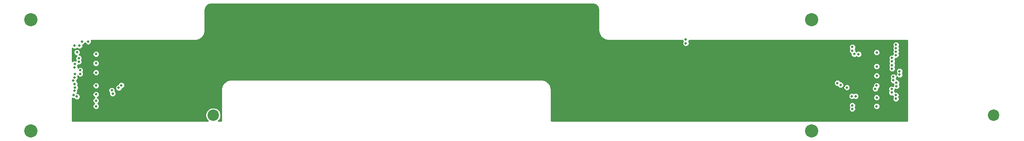
<source format=gbr>
G04 #@! TF.FileFunction,Copper,L5,Inr,Plane*
%FSLAX46Y46*%
G04 Gerber Fmt 4.6, Leading zero omitted, Abs format (unit mm)*
G04 Created by KiCad (PCBNEW 0.201603021449+6606~42~ubuntu14.04.1-product) date Wed 02 Mar 2016 02:15:13 PM PST*
%MOMM*%
G01*
G04 APERTURE LIST*
%ADD10C,0.100000*%
%ADD11C,2.540000*%
%ADD12C,2.200000*%
%ADD13C,0.508000*%
%ADD14C,0.254000*%
G04 APERTURE END LIST*
D10*
D11*
X164500000Y-196000000D03*
X164500000Y-174500000D03*
X14500000Y-174500000D03*
D12*
X49500000Y-192925000D03*
X199505000Y-192925000D03*
D11*
X14500000Y-196000000D03*
D13*
X140300000Y-178999090D03*
X180705564Y-179979902D03*
X172700000Y-181100000D03*
X173500000Y-181137491D03*
X177000000Y-185300000D03*
X177000000Y-183500000D03*
X177000000Y-180800000D03*
X176975000Y-187200000D03*
X177000000Y-189525000D03*
X176975000Y-191200000D03*
X24300000Y-178700000D03*
X23800000Y-179500000D03*
X27000000Y-184675000D03*
X26975000Y-182875000D03*
X27000000Y-181100000D03*
X27000000Y-187200000D03*
X27000000Y-191200000D03*
X27000000Y-190100000D03*
X27000000Y-188900000D03*
X25475000Y-178700000D03*
X22875000Y-179500000D03*
X23325000Y-180750000D03*
X169450000Y-186708410D03*
X22609375Y-186241728D03*
X170050000Y-187080380D03*
X22885259Y-186894448D03*
X171272325Y-187575690D03*
X22976604Y-187548502D03*
X176717516Y-187808138D03*
X22844781Y-188222828D03*
X172225000Y-189250690D03*
X22694573Y-189036204D03*
X172950000Y-189250690D03*
X23300000Y-189300000D03*
X174900000Y-192075000D03*
X176000000Y-192075000D03*
X174175000Y-191475000D03*
X173825000Y-189375000D03*
X173700000Y-190949310D03*
X24300000Y-192250000D03*
X26350000Y-192200000D03*
X25400000Y-192000000D03*
X23875000Y-190700000D03*
X23900000Y-191475000D03*
X140300000Y-178313290D03*
X180695893Y-179319571D03*
X180675000Y-180639597D03*
X172325000Y-179757100D03*
X180675000Y-181300000D03*
X172325000Y-180442900D03*
X179925000Y-181850000D03*
X23700000Y-181900000D03*
X179932677Y-182523006D03*
X23700000Y-182560403D03*
X179950000Y-183250000D03*
X22900000Y-183000000D03*
X179950000Y-183910403D03*
X22883120Y-183680682D03*
X181375000Y-184425000D03*
X23950000Y-184214390D03*
X181375000Y-185085403D03*
X23950000Y-184925000D03*
X180200000Y-185514597D03*
X22900000Y-184925000D03*
X180200000Y-186175000D03*
X22879965Y-185605438D03*
X31842466Y-187132534D03*
X180775000Y-186639597D03*
X31357534Y-187617466D03*
X180775000Y-187300000D03*
X30025000Y-188100000D03*
X179875000Y-187875000D03*
X30191699Y-188739016D03*
X179877390Y-188540029D03*
X180675000Y-189742900D03*
X172300000Y-191717900D03*
X172300000Y-191032100D03*
X180675000Y-189057100D03*
D14*
G36*
X122896103Y-171543723D02*
X123231902Y-171768098D01*
X123456277Y-172103897D01*
X123544000Y-172544913D01*
X123544000Y-176500000D01*
X123552762Y-176544050D01*
X123552762Y-176588961D01*
X123666943Y-177162987D01*
X123735031Y-177327366D01*
X123735033Y-177327368D01*
X124060190Y-177814000D01*
X124186000Y-177939810D01*
X124672632Y-178264967D01*
X124672634Y-178264969D01*
X124837014Y-178333057D01*
X125411039Y-178447238D01*
X125455950Y-178447238D01*
X125500000Y-178456000D01*
X139671896Y-178456000D01*
X139754715Y-178656436D01*
X139665111Y-178872227D01*
X139664890Y-179124845D01*
X139761360Y-179358318D01*
X139939832Y-179537103D01*
X140173137Y-179633979D01*
X140425755Y-179634200D01*
X140659228Y-179537730D01*
X140838013Y-179359258D01*
X140934889Y-179125953D01*
X140935110Y-178873335D01*
X140845285Y-178655944D01*
X140928309Y-178456000D01*
X182873000Y-178456000D01*
X182873000Y-194044000D01*
X114456000Y-194044000D01*
X114456000Y-191157855D01*
X171664890Y-191157855D01*
X171754715Y-191375246D01*
X171665111Y-191591037D01*
X171664890Y-191843655D01*
X171761360Y-192077128D01*
X171939832Y-192255913D01*
X172173137Y-192352789D01*
X172425755Y-192353010D01*
X172659228Y-192256540D01*
X172838013Y-192078068D01*
X172934889Y-191844763D01*
X172935110Y-191592145D01*
X172845285Y-191374754D01*
X172865631Y-191325755D01*
X176339890Y-191325755D01*
X176436360Y-191559228D01*
X176614832Y-191738013D01*
X176848137Y-191834889D01*
X177100755Y-191835110D01*
X177334228Y-191738640D01*
X177513013Y-191560168D01*
X177609889Y-191326863D01*
X177610110Y-191074245D01*
X177513640Y-190840772D01*
X177335168Y-190661987D01*
X177101863Y-190565111D01*
X176849245Y-190564890D01*
X176615772Y-190661360D01*
X176436987Y-190839832D01*
X176340111Y-191073137D01*
X176339890Y-191325755D01*
X172865631Y-191325755D01*
X172934889Y-191158963D01*
X172935110Y-190906345D01*
X172838640Y-190672872D01*
X172660168Y-190494087D01*
X172426863Y-190397211D01*
X172174245Y-190396990D01*
X171940772Y-190493460D01*
X171761987Y-190671932D01*
X171665111Y-190905237D01*
X171664890Y-191157855D01*
X114456000Y-191157855D01*
X114456000Y-189376445D01*
X171589890Y-189376445D01*
X171686360Y-189609918D01*
X171864832Y-189788703D01*
X172098137Y-189885579D01*
X172350755Y-189885800D01*
X172584228Y-189789330D01*
X172587348Y-189786215D01*
X172589832Y-189788703D01*
X172823137Y-189885579D01*
X173075755Y-189885800D01*
X173309228Y-189789330D01*
X173448046Y-189650755D01*
X176364890Y-189650755D01*
X176461360Y-189884228D01*
X176639832Y-190063013D01*
X176873137Y-190159889D01*
X177125755Y-190160110D01*
X177359228Y-190063640D01*
X177538013Y-189885168D01*
X177634889Y-189651863D01*
X177635110Y-189399245D01*
X177538640Y-189165772D01*
X177360168Y-188986987D01*
X177126863Y-188890111D01*
X176874245Y-188889890D01*
X176640772Y-188986360D01*
X176461987Y-189164832D01*
X176365111Y-189398137D01*
X176364890Y-189650755D01*
X173448046Y-189650755D01*
X173488013Y-189610858D01*
X173584889Y-189377553D01*
X173585110Y-189124935D01*
X173488640Y-188891462D01*
X173310168Y-188712677D01*
X173076863Y-188615801D01*
X172824245Y-188615580D01*
X172590772Y-188712050D01*
X172587652Y-188715165D01*
X172585168Y-188712677D01*
X172351863Y-188615801D01*
X172099245Y-188615580D01*
X171865772Y-188712050D01*
X171686987Y-188890522D01*
X171590111Y-189123827D01*
X171589890Y-189376445D01*
X114456000Y-189376445D01*
X114456000Y-188000000D01*
X114447238Y-187955950D01*
X114447238Y-187911039D01*
X114333057Y-187337014D01*
X114264969Y-187172634D01*
X114264967Y-187172632D01*
X114038811Y-186834165D01*
X168814890Y-186834165D01*
X168911360Y-187067638D01*
X169089832Y-187246423D01*
X169323137Y-187343299D01*
X169471619Y-187343429D01*
X169511360Y-187439608D01*
X169689832Y-187618393D01*
X169923137Y-187715269D01*
X170175755Y-187715490D01*
X170209746Y-187701445D01*
X170637215Y-187701445D01*
X170733685Y-187934918D01*
X170912157Y-188113703D01*
X171145462Y-188210579D01*
X171398080Y-188210800D01*
X171631553Y-188114330D01*
X171810338Y-187935858D01*
X171811153Y-187933893D01*
X176082406Y-187933893D01*
X176178876Y-188167366D01*
X176357348Y-188346151D01*
X176590653Y-188443027D01*
X176843271Y-188443248D01*
X177076744Y-188346778D01*
X177255529Y-188168306D01*
X177325101Y-188000755D01*
X179239890Y-188000755D01*
X179326605Y-188210619D01*
X179242501Y-188413166D01*
X179242280Y-188665784D01*
X179338750Y-188899257D01*
X179517222Y-189078042D01*
X179750527Y-189174918D01*
X180003145Y-189175139D01*
X180039910Y-189159948D01*
X180039890Y-189182855D01*
X180129715Y-189400246D01*
X180040111Y-189616037D01*
X180039890Y-189868655D01*
X180136360Y-190102128D01*
X180314832Y-190280913D01*
X180548137Y-190377789D01*
X180800755Y-190378010D01*
X181034228Y-190281540D01*
X181213013Y-190103068D01*
X181309889Y-189869763D01*
X181310110Y-189617145D01*
X181220285Y-189399754D01*
X181309889Y-189183963D01*
X181310110Y-188931345D01*
X181213640Y-188697872D01*
X181035168Y-188519087D01*
X180801863Y-188422211D01*
X180549245Y-188421990D01*
X180512480Y-188437181D01*
X180512500Y-188414274D01*
X180425785Y-188204410D01*
X180509889Y-188001863D01*
X180509998Y-187877529D01*
X180648137Y-187934889D01*
X180900755Y-187935110D01*
X181134228Y-187838640D01*
X181313013Y-187660168D01*
X181409889Y-187426863D01*
X181410110Y-187174245D01*
X181325545Y-186969584D01*
X181409889Y-186766460D01*
X181410110Y-186513842D01*
X181313640Y-186280369D01*
X181135168Y-186101584D01*
X180901863Y-186004708D01*
X180816677Y-186004633D01*
X180750545Y-185844584D01*
X180834889Y-185641460D01*
X180835064Y-185441494D01*
X180836360Y-185444631D01*
X181014832Y-185623416D01*
X181248137Y-185720292D01*
X181500755Y-185720513D01*
X181734228Y-185624043D01*
X181913013Y-185445571D01*
X182009889Y-185212266D01*
X182010110Y-184959648D01*
X181925545Y-184754987D01*
X182009889Y-184551863D01*
X182010110Y-184299245D01*
X181913640Y-184065772D01*
X181735168Y-183886987D01*
X181501863Y-183790111D01*
X181249245Y-183789890D01*
X181015772Y-183886360D01*
X180836987Y-184064832D01*
X180740111Y-184298137D01*
X180739890Y-184550755D01*
X180824455Y-184755416D01*
X180740111Y-184958540D01*
X180739936Y-185158506D01*
X180738640Y-185155369D01*
X180560168Y-184976584D01*
X180326863Y-184879708D01*
X180074245Y-184879487D01*
X179840772Y-184975957D01*
X179661987Y-185154429D01*
X179565111Y-185387734D01*
X179564890Y-185640352D01*
X179649455Y-185845013D01*
X179565111Y-186048137D01*
X179564890Y-186300755D01*
X179661360Y-186534228D01*
X179839832Y-186713013D01*
X180073137Y-186809889D01*
X180158323Y-186809964D01*
X180224455Y-186970013D01*
X180140111Y-187173137D01*
X180140002Y-187297471D01*
X180001863Y-187240111D01*
X179749245Y-187239890D01*
X179515772Y-187336360D01*
X179336987Y-187514832D01*
X179240111Y-187748137D01*
X179239890Y-188000755D01*
X177325101Y-188000755D01*
X177352405Y-187935001D01*
X177352593Y-187720307D01*
X177513013Y-187560168D01*
X177609889Y-187326863D01*
X177610110Y-187074245D01*
X177513640Y-186840772D01*
X177335168Y-186661987D01*
X177101863Y-186565111D01*
X176849245Y-186564890D01*
X176615772Y-186661360D01*
X176436987Y-186839832D01*
X176340111Y-187073137D01*
X176339923Y-187287831D01*
X176179503Y-187447970D01*
X176082627Y-187681275D01*
X176082406Y-187933893D01*
X171811153Y-187933893D01*
X171907214Y-187702553D01*
X171907435Y-187449935D01*
X171810965Y-187216462D01*
X171632493Y-187037677D01*
X171399188Y-186940801D01*
X171146570Y-186940580D01*
X170913097Y-187037050D01*
X170734312Y-187215522D01*
X170637436Y-187448827D01*
X170637215Y-187701445D01*
X170209746Y-187701445D01*
X170409228Y-187619020D01*
X170588013Y-187440548D01*
X170684889Y-187207243D01*
X170685110Y-186954625D01*
X170588640Y-186721152D01*
X170410168Y-186542367D01*
X170176863Y-186445491D01*
X170028381Y-186445361D01*
X169988640Y-186349182D01*
X169810168Y-186170397D01*
X169576863Y-186073521D01*
X169324245Y-186073300D01*
X169090772Y-186169770D01*
X168911987Y-186348242D01*
X168815111Y-186581547D01*
X168814890Y-186834165D01*
X114038811Y-186834165D01*
X113939810Y-186686000D01*
X113814000Y-186560190D01*
X113327368Y-186235033D01*
X113327366Y-186235031D01*
X113162987Y-186166943D01*
X112588961Y-186052762D01*
X112544050Y-186052762D01*
X112500000Y-186044000D01*
X53000000Y-186044000D01*
X52955950Y-186052762D01*
X52911039Y-186052762D01*
X52337014Y-186166943D01*
X52172634Y-186235031D01*
X52172632Y-186235033D01*
X51686000Y-186560190D01*
X51560190Y-186686000D01*
X51235033Y-187172632D01*
X51235031Y-187172634D01*
X51166943Y-187337013D01*
X51052762Y-187911039D01*
X51052762Y-187955950D01*
X51044000Y-188000000D01*
X51044000Y-194044000D01*
X50475326Y-194044000D01*
X50754799Y-193765015D01*
X50980743Y-193220882D01*
X50981257Y-192631703D01*
X50756263Y-192087177D01*
X50340015Y-191670201D01*
X49795882Y-191444257D01*
X49206703Y-191443743D01*
X48662177Y-191668737D01*
X48245201Y-192084985D01*
X48019257Y-192629118D01*
X48018743Y-193218297D01*
X48243737Y-193762823D01*
X48524423Y-194044000D01*
X22456000Y-194044000D01*
X22456000Y-189624707D01*
X22567710Y-189671093D01*
X22773384Y-189671273D01*
X22939832Y-189838013D01*
X23173137Y-189934889D01*
X23425755Y-189935110D01*
X23659228Y-189838640D01*
X23838013Y-189660168D01*
X23934889Y-189426863D01*
X23935110Y-189174245D01*
X23873755Y-189025755D01*
X26364890Y-189025755D01*
X26461360Y-189259228D01*
X26639832Y-189438013D01*
X26789194Y-189500033D01*
X26640772Y-189561360D01*
X26461987Y-189739832D01*
X26365111Y-189973137D01*
X26364890Y-190225755D01*
X26461360Y-190459228D01*
X26639832Y-190638013D01*
X26668483Y-190649910D01*
X26640772Y-190661360D01*
X26461987Y-190839832D01*
X26365111Y-191073137D01*
X26364890Y-191325755D01*
X26461360Y-191559228D01*
X26639832Y-191738013D01*
X26873137Y-191834889D01*
X27125755Y-191835110D01*
X27359228Y-191738640D01*
X27538013Y-191560168D01*
X27634889Y-191326863D01*
X27635110Y-191074245D01*
X27538640Y-190840772D01*
X27360168Y-190661987D01*
X27331517Y-190650090D01*
X27359228Y-190638640D01*
X27538013Y-190460168D01*
X27634889Y-190226863D01*
X27635110Y-189974245D01*
X27538640Y-189740772D01*
X27360168Y-189561987D01*
X27210806Y-189499967D01*
X27359228Y-189438640D01*
X27538013Y-189260168D01*
X27634889Y-189026863D01*
X27635110Y-188774245D01*
X27538640Y-188540772D01*
X27360168Y-188361987D01*
X27126863Y-188265111D01*
X26874245Y-188264890D01*
X26640772Y-188361360D01*
X26461987Y-188539832D01*
X26365111Y-188773137D01*
X26364890Y-189025755D01*
X23873755Y-189025755D01*
X23838640Y-188940772D01*
X23660168Y-188761987D01*
X23426863Y-188665111D01*
X23300646Y-188665001D01*
X23382794Y-188582996D01*
X23479670Y-188349691D01*
X23479778Y-188225755D01*
X29389890Y-188225755D01*
X29486360Y-188459228D01*
X29580960Y-188553994D01*
X29556810Y-188612153D01*
X29556589Y-188864771D01*
X29653059Y-189098244D01*
X29831531Y-189277029D01*
X30064836Y-189373905D01*
X30317454Y-189374126D01*
X30550927Y-189277656D01*
X30729712Y-189099184D01*
X30826588Y-188865879D01*
X30826809Y-188613261D01*
X30730339Y-188379788D01*
X30635739Y-188285022D01*
X30659889Y-188226863D01*
X30660110Y-187974245D01*
X30564652Y-187743221D01*
X30722424Y-187743221D01*
X30818894Y-187976694D01*
X30997366Y-188155479D01*
X31230671Y-188252355D01*
X31483289Y-188252576D01*
X31716762Y-188156106D01*
X31895547Y-187977634D01*
X31985749Y-187760401D01*
X32201694Y-187671174D01*
X32380479Y-187492702D01*
X32477355Y-187259397D01*
X32477576Y-187006779D01*
X32381106Y-186773306D01*
X32202634Y-186594521D01*
X31969329Y-186497645D01*
X31716711Y-186497424D01*
X31483238Y-186593894D01*
X31304453Y-186772366D01*
X31214251Y-186989599D01*
X30998306Y-187078826D01*
X30819521Y-187257298D01*
X30722645Y-187490603D01*
X30722424Y-187743221D01*
X30564652Y-187743221D01*
X30563640Y-187740772D01*
X30385168Y-187561987D01*
X30151863Y-187465111D01*
X29899245Y-187464890D01*
X29665772Y-187561360D01*
X29486987Y-187739832D01*
X29390111Y-187973137D01*
X29389890Y-188225755D01*
X23479778Y-188225755D01*
X23479891Y-188097073D01*
X23434918Y-187988230D01*
X23514617Y-187908670D01*
X23611493Y-187675365D01*
X23611714Y-187422747D01*
X23571638Y-187325755D01*
X26364890Y-187325755D01*
X26461360Y-187559228D01*
X26639832Y-187738013D01*
X26873137Y-187834889D01*
X27125755Y-187835110D01*
X27359228Y-187738640D01*
X27538013Y-187560168D01*
X27634889Y-187326863D01*
X27635110Y-187074245D01*
X27538640Y-186840772D01*
X27360168Y-186661987D01*
X27126863Y-186565111D01*
X26874245Y-186564890D01*
X26640772Y-186661360D01*
X26461987Y-186839832D01*
X26365111Y-187073137D01*
X26364890Y-187325755D01*
X23571638Y-187325755D01*
X23515244Y-187189274D01*
X23469452Y-187143402D01*
X23520148Y-187021311D01*
X23520369Y-186768693D01*
X23423899Y-186535220D01*
X23245427Y-186356435D01*
X23244275Y-186355957D01*
X23244465Y-186138815D01*
X23417978Y-185965606D01*
X23514854Y-185732301D01*
X23515075Y-185479683D01*
X23450525Y-185323462D01*
X23589832Y-185463013D01*
X23823137Y-185559889D01*
X24075755Y-185560110D01*
X24309228Y-185463640D01*
X24347179Y-185425755D01*
X176364890Y-185425755D01*
X176461360Y-185659228D01*
X176639832Y-185838013D01*
X176873137Y-185934889D01*
X177125755Y-185935110D01*
X177359228Y-185838640D01*
X177538013Y-185660168D01*
X177634889Y-185426863D01*
X177635110Y-185174245D01*
X177538640Y-184940772D01*
X177360168Y-184761987D01*
X177126863Y-184665111D01*
X176874245Y-184664890D01*
X176640772Y-184761360D01*
X176461987Y-184939832D01*
X176365111Y-185173137D01*
X176364890Y-185425755D01*
X24347179Y-185425755D01*
X24488013Y-185285168D01*
X24584889Y-185051863D01*
X24585108Y-184800755D01*
X26364890Y-184800755D01*
X26461360Y-185034228D01*
X26639832Y-185213013D01*
X26873137Y-185309889D01*
X27125755Y-185310110D01*
X27359228Y-185213640D01*
X27538013Y-185035168D01*
X27634889Y-184801863D01*
X27635110Y-184549245D01*
X27538640Y-184315772D01*
X27360168Y-184136987D01*
X27126863Y-184040111D01*
X26874245Y-184039890D01*
X26640772Y-184136360D01*
X26461987Y-184314832D01*
X26365111Y-184548137D01*
X26364890Y-184800755D01*
X24585108Y-184800755D01*
X24585110Y-184799245D01*
X24490147Y-184569419D01*
X24584889Y-184341253D01*
X24585110Y-184088635D01*
X24488640Y-183855162D01*
X24310168Y-183676377D01*
X24188256Y-183625755D01*
X176364890Y-183625755D01*
X176461360Y-183859228D01*
X176639832Y-184038013D01*
X176873137Y-184134889D01*
X177125755Y-184135110D01*
X177359228Y-184038640D01*
X177538013Y-183860168D01*
X177634889Y-183626863D01*
X177635110Y-183374245D01*
X177538640Y-183140772D01*
X177360168Y-182961987D01*
X177126863Y-182865111D01*
X176874245Y-182864890D01*
X176640772Y-182961360D01*
X176461987Y-183139832D01*
X176365111Y-183373137D01*
X176364890Y-183625755D01*
X24188256Y-183625755D01*
X24076863Y-183579501D01*
X23824245Y-183579280D01*
X23590772Y-183675750D01*
X23518061Y-183748334D01*
X23518230Y-183554927D01*
X23437831Y-183360349D01*
X23438013Y-183360168D01*
X23516278Y-183171682D01*
X23573137Y-183195292D01*
X23825755Y-183195513D01*
X24059228Y-183099043D01*
X24157688Y-183000755D01*
X26339890Y-183000755D01*
X26436360Y-183234228D01*
X26614832Y-183413013D01*
X26848137Y-183509889D01*
X27100755Y-183510110D01*
X27334228Y-183413640D01*
X27513013Y-183235168D01*
X27609889Y-183001863D01*
X27610110Y-182749245D01*
X27513640Y-182515772D01*
X27335168Y-182336987D01*
X27101863Y-182240111D01*
X26849245Y-182239890D01*
X26615772Y-182336360D01*
X26436987Y-182514832D01*
X26340111Y-182748137D01*
X26339890Y-183000755D01*
X24157688Y-183000755D01*
X24238013Y-182920571D01*
X24334889Y-182687266D01*
X24335110Y-182434648D01*
X24250545Y-182229987D01*
X24334889Y-182026863D01*
X24334933Y-181975755D01*
X179289890Y-181975755D01*
X179380894Y-182196000D01*
X179297788Y-182396143D01*
X179297567Y-182648761D01*
X179394037Y-182882234D01*
X179408942Y-182897165D01*
X179315111Y-183123137D01*
X179314890Y-183375755D01*
X179399455Y-183580416D01*
X179315111Y-183783540D01*
X179314890Y-184036158D01*
X179411360Y-184269631D01*
X179589832Y-184448416D01*
X179823137Y-184545292D01*
X180075755Y-184545513D01*
X180309228Y-184449043D01*
X180488013Y-184270571D01*
X180584889Y-184037266D01*
X180585110Y-183784648D01*
X180500545Y-183579987D01*
X180584889Y-183376863D01*
X180585110Y-183124245D01*
X180488640Y-182890772D01*
X180473735Y-182875841D01*
X180567566Y-182649869D01*
X180567787Y-182397251D01*
X180476783Y-182177006D01*
X180559889Y-181976863D01*
X180559926Y-181934899D01*
X180800755Y-181935110D01*
X181034228Y-181838640D01*
X181213013Y-181660168D01*
X181309889Y-181426863D01*
X181310110Y-181174245D01*
X181225545Y-180969584D01*
X181309889Y-180766460D01*
X181310110Y-180513842D01*
X181239847Y-180343794D01*
X181243577Y-180340070D01*
X181340453Y-180106765D01*
X181340674Y-179854147D01*
X181251300Y-179637848D01*
X181330782Y-179446434D01*
X181331003Y-179193816D01*
X181234533Y-178960343D01*
X181056061Y-178781558D01*
X180822756Y-178684682D01*
X180570138Y-178684461D01*
X180336665Y-178780931D01*
X180157880Y-178959403D01*
X180061004Y-179192708D01*
X180060783Y-179445326D01*
X180150157Y-179661625D01*
X180070675Y-179853039D01*
X180070454Y-180105657D01*
X180140717Y-180275705D01*
X180136987Y-180279429D01*
X180040111Y-180512734D01*
X180039890Y-180765352D01*
X180124455Y-180970013D01*
X180040111Y-181173137D01*
X180040074Y-181215101D01*
X179799245Y-181214890D01*
X179565772Y-181311360D01*
X179386987Y-181489832D01*
X179290111Y-181723137D01*
X179289890Y-181975755D01*
X24334933Y-181975755D01*
X24335110Y-181774245D01*
X24238640Y-181540772D01*
X24060168Y-181361987D01*
X23826863Y-181265111D01*
X23707903Y-181265007D01*
X23747223Y-181225755D01*
X26364890Y-181225755D01*
X26461360Y-181459228D01*
X26639832Y-181638013D01*
X26873137Y-181734889D01*
X27125755Y-181735110D01*
X27359228Y-181638640D01*
X27538013Y-181460168D01*
X27634889Y-181226863D01*
X27635110Y-180974245D01*
X27538640Y-180740772D01*
X27360168Y-180561987D01*
X27126863Y-180465111D01*
X26874245Y-180464890D01*
X26640772Y-180561360D01*
X26461987Y-180739832D01*
X26365111Y-180973137D01*
X26364890Y-181225755D01*
X23747223Y-181225755D01*
X23863013Y-181110168D01*
X23959889Y-180876863D01*
X23960110Y-180624245D01*
X23863640Y-180390772D01*
X23685168Y-180211987D01*
X23451863Y-180115111D01*
X23199245Y-180114890D01*
X22965772Y-180211360D01*
X22786987Y-180389832D01*
X22690111Y-180623137D01*
X22689890Y-180875755D01*
X22786360Y-181109228D01*
X22964832Y-181288013D01*
X23198137Y-181384889D01*
X23317097Y-181384993D01*
X23161987Y-181539832D01*
X23065111Y-181773137D01*
X23064890Y-182025755D01*
X23149455Y-182230416D01*
X23083722Y-182388721D01*
X23026863Y-182365111D01*
X22774245Y-182364890D01*
X22540772Y-182461360D01*
X22456000Y-182545984D01*
X22456000Y-179979078D01*
X22514832Y-180038013D01*
X22748137Y-180134889D01*
X23000755Y-180135110D01*
X23234228Y-180038640D01*
X23337524Y-179935525D01*
X23439832Y-180038013D01*
X23673137Y-180134889D01*
X23925755Y-180135110D01*
X24159228Y-180038640D01*
X24315286Y-179882855D01*
X171689890Y-179882855D01*
X171779715Y-180100246D01*
X171690111Y-180316037D01*
X171689890Y-180568655D01*
X171786360Y-180802128D01*
X171964832Y-180980913D01*
X172065068Y-181022534D01*
X172064890Y-181225755D01*
X172161360Y-181459228D01*
X172339832Y-181638013D01*
X172573137Y-181734889D01*
X172825755Y-181735110D01*
X173059228Y-181638640D01*
X173081169Y-181616738D01*
X173139832Y-181675504D01*
X173373137Y-181772380D01*
X173625755Y-181772601D01*
X173859228Y-181676131D01*
X174038013Y-181497659D01*
X174134889Y-181264354D01*
X174135110Y-181011736D01*
X174099584Y-180925755D01*
X176364890Y-180925755D01*
X176461360Y-181159228D01*
X176639832Y-181338013D01*
X176873137Y-181434889D01*
X177125755Y-181435110D01*
X177359228Y-181338640D01*
X177538013Y-181160168D01*
X177634889Y-180926863D01*
X177635110Y-180674245D01*
X177538640Y-180440772D01*
X177360168Y-180261987D01*
X177126863Y-180165111D01*
X176874245Y-180164890D01*
X176640772Y-180261360D01*
X176461987Y-180439832D01*
X176365111Y-180673137D01*
X176364890Y-180925755D01*
X174099584Y-180925755D01*
X174038640Y-180778263D01*
X173860168Y-180599478D01*
X173626863Y-180502602D01*
X173374245Y-180502381D01*
X173140772Y-180598851D01*
X173118831Y-180620753D01*
X173060168Y-180561987D01*
X172959932Y-180520366D01*
X172960110Y-180317145D01*
X172870285Y-180099754D01*
X172959889Y-179883963D01*
X172960110Y-179631345D01*
X172863640Y-179397872D01*
X172685168Y-179219087D01*
X172451863Y-179122211D01*
X172199245Y-179121990D01*
X171965772Y-179218460D01*
X171786987Y-179396932D01*
X171690111Y-179630237D01*
X171689890Y-179882855D01*
X24315286Y-179882855D01*
X24338013Y-179860168D01*
X24434889Y-179626863D01*
X24435110Y-179374245D01*
X24418937Y-179335104D01*
X24425755Y-179335110D01*
X24659228Y-179238640D01*
X24838013Y-179060168D01*
X24887502Y-178940984D01*
X24936360Y-179059228D01*
X25114832Y-179238013D01*
X25348137Y-179334889D01*
X25600755Y-179335110D01*
X25834228Y-179238640D01*
X26013013Y-179060168D01*
X26109889Y-178826863D01*
X26110110Y-178574245D01*
X26061252Y-178456000D01*
X46000000Y-178456000D01*
X46044050Y-178447238D01*
X46088961Y-178447238D01*
X46662987Y-178333057D01*
X46827366Y-178264969D01*
X46827368Y-178264967D01*
X47314000Y-177939810D01*
X47439810Y-177814000D01*
X47764967Y-177327368D01*
X47764969Y-177327366D01*
X47833057Y-177162986D01*
X47947238Y-176588961D01*
X47947238Y-176544050D01*
X47956000Y-176500000D01*
X47956000Y-172544912D01*
X48043723Y-172103897D01*
X48268098Y-171768098D01*
X48603897Y-171543723D01*
X49044913Y-171456000D01*
X122455088Y-171456000D01*
X122896103Y-171543723D01*
X122896103Y-171543723D01*
G37*
X122896103Y-171543723D02*
X123231902Y-171768098D01*
X123456277Y-172103897D01*
X123544000Y-172544913D01*
X123544000Y-176500000D01*
X123552762Y-176544050D01*
X123552762Y-176588961D01*
X123666943Y-177162987D01*
X123735031Y-177327366D01*
X123735033Y-177327368D01*
X124060190Y-177814000D01*
X124186000Y-177939810D01*
X124672632Y-178264967D01*
X124672634Y-178264969D01*
X124837014Y-178333057D01*
X125411039Y-178447238D01*
X125455950Y-178447238D01*
X125500000Y-178456000D01*
X139671896Y-178456000D01*
X139754715Y-178656436D01*
X139665111Y-178872227D01*
X139664890Y-179124845D01*
X139761360Y-179358318D01*
X139939832Y-179537103D01*
X140173137Y-179633979D01*
X140425755Y-179634200D01*
X140659228Y-179537730D01*
X140838013Y-179359258D01*
X140934889Y-179125953D01*
X140935110Y-178873335D01*
X140845285Y-178655944D01*
X140928309Y-178456000D01*
X182873000Y-178456000D01*
X182873000Y-194044000D01*
X114456000Y-194044000D01*
X114456000Y-191157855D01*
X171664890Y-191157855D01*
X171754715Y-191375246D01*
X171665111Y-191591037D01*
X171664890Y-191843655D01*
X171761360Y-192077128D01*
X171939832Y-192255913D01*
X172173137Y-192352789D01*
X172425755Y-192353010D01*
X172659228Y-192256540D01*
X172838013Y-192078068D01*
X172934889Y-191844763D01*
X172935110Y-191592145D01*
X172845285Y-191374754D01*
X172865631Y-191325755D01*
X176339890Y-191325755D01*
X176436360Y-191559228D01*
X176614832Y-191738013D01*
X176848137Y-191834889D01*
X177100755Y-191835110D01*
X177334228Y-191738640D01*
X177513013Y-191560168D01*
X177609889Y-191326863D01*
X177610110Y-191074245D01*
X177513640Y-190840772D01*
X177335168Y-190661987D01*
X177101863Y-190565111D01*
X176849245Y-190564890D01*
X176615772Y-190661360D01*
X176436987Y-190839832D01*
X176340111Y-191073137D01*
X176339890Y-191325755D01*
X172865631Y-191325755D01*
X172934889Y-191158963D01*
X172935110Y-190906345D01*
X172838640Y-190672872D01*
X172660168Y-190494087D01*
X172426863Y-190397211D01*
X172174245Y-190396990D01*
X171940772Y-190493460D01*
X171761987Y-190671932D01*
X171665111Y-190905237D01*
X171664890Y-191157855D01*
X114456000Y-191157855D01*
X114456000Y-189376445D01*
X171589890Y-189376445D01*
X171686360Y-189609918D01*
X171864832Y-189788703D01*
X172098137Y-189885579D01*
X172350755Y-189885800D01*
X172584228Y-189789330D01*
X172587348Y-189786215D01*
X172589832Y-189788703D01*
X172823137Y-189885579D01*
X173075755Y-189885800D01*
X173309228Y-189789330D01*
X173448046Y-189650755D01*
X176364890Y-189650755D01*
X176461360Y-189884228D01*
X176639832Y-190063013D01*
X176873137Y-190159889D01*
X177125755Y-190160110D01*
X177359228Y-190063640D01*
X177538013Y-189885168D01*
X177634889Y-189651863D01*
X177635110Y-189399245D01*
X177538640Y-189165772D01*
X177360168Y-188986987D01*
X177126863Y-188890111D01*
X176874245Y-188889890D01*
X176640772Y-188986360D01*
X176461987Y-189164832D01*
X176365111Y-189398137D01*
X176364890Y-189650755D01*
X173448046Y-189650755D01*
X173488013Y-189610858D01*
X173584889Y-189377553D01*
X173585110Y-189124935D01*
X173488640Y-188891462D01*
X173310168Y-188712677D01*
X173076863Y-188615801D01*
X172824245Y-188615580D01*
X172590772Y-188712050D01*
X172587652Y-188715165D01*
X172585168Y-188712677D01*
X172351863Y-188615801D01*
X172099245Y-188615580D01*
X171865772Y-188712050D01*
X171686987Y-188890522D01*
X171590111Y-189123827D01*
X171589890Y-189376445D01*
X114456000Y-189376445D01*
X114456000Y-188000000D01*
X114447238Y-187955950D01*
X114447238Y-187911039D01*
X114333057Y-187337014D01*
X114264969Y-187172634D01*
X114264967Y-187172632D01*
X114038811Y-186834165D01*
X168814890Y-186834165D01*
X168911360Y-187067638D01*
X169089832Y-187246423D01*
X169323137Y-187343299D01*
X169471619Y-187343429D01*
X169511360Y-187439608D01*
X169689832Y-187618393D01*
X169923137Y-187715269D01*
X170175755Y-187715490D01*
X170209746Y-187701445D01*
X170637215Y-187701445D01*
X170733685Y-187934918D01*
X170912157Y-188113703D01*
X171145462Y-188210579D01*
X171398080Y-188210800D01*
X171631553Y-188114330D01*
X171810338Y-187935858D01*
X171811153Y-187933893D01*
X176082406Y-187933893D01*
X176178876Y-188167366D01*
X176357348Y-188346151D01*
X176590653Y-188443027D01*
X176843271Y-188443248D01*
X177076744Y-188346778D01*
X177255529Y-188168306D01*
X177325101Y-188000755D01*
X179239890Y-188000755D01*
X179326605Y-188210619D01*
X179242501Y-188413166D01*
X179242280Y-188665784D01*
X179338750Y-188899257D01*
X179517222Y-189078042D01*
X179750527Y-189174918D01*
X180003145Y-189175139D01*
X180039910Y-189159948D01*
X180039890Y-189182855D01*
X180129715Y-189400246D01*
X180040111Y-189616037D01*
X180039890Y-189868655D01*
X180136360Y-190102128D01*
X180314832Y-190280913D01*
X180548137Y-190377789D01*
X180800755Y-190378010D01*
X181034228Y-190281540D01*
X181213013Y-190103068D01*
X181309889Y-189869763D01*
X181310110Y-189617145D01*
X181220285Y-189399754D01*
X181309889Y-189183963D01*
X181310110Y-188931345D01*
X181213640Y-188697872D01*
X181035168Y-188519087D01*
X180801863Y-188422211D01*
X180549245Y-188421990D01*
X180512480Y-188437181D01*
X180512500Y-188414274D01*
X180425785Y-188204410D01*
X180509889Y-188001863D01*
X180509998Y-187877529D01*
X180648137Y-187934889D01*
X180900755Y-187935110D01*
X181134228Y-187838640D01*
X181313013Y-187660168D01*
X181409889Y-187426863D01*
X181410110Y-187174245D01*
X181325545Y-186969584D01*
X181409889Y-186766460D01*
X181410110Y-186513842D01*
X181313640Y-186280369D01*
X181135168Y-186101584D01*
X180901863Y-186004708D01*
X180816677Y-186004633D01*
X180750545Y-185844584D01*
X180834889Y-185641460D01*
X180835064Y-185441494D01*
X180836360Y-185444631D01*
X181014832Y-185623416D01*
X181248137Y-185720292D01*
X181500755Y-185720513D01*
X181734228Y-185624043D01*
X181913013Y-185445571D01*
X182009889Y-185212266D01*
X182010110Y-184959648D01*
X181925545Y-184754987D01*
X182009889Y-184551863D01*
X182010110Y-184299245D01*
X181913640Y-184065772D01*
X181735168Y-183886987D01*
X181501863Y-183790111D01*
X181249245Y-183789890D01*
X181015772Y-183886360D01*
X180836987Y-184064832D01*
X180740111Y-184298137D01*
X180739890Y-184550755D01*
X180824455Y-184755416D01*
X180740111Y-184958540D01*
X180739936Y-185158506D01*
X180738640Y-185155369D01*
X180560168Y-184976584D01*
X180326863Y-184879708D01*
X180074245Y-184879487D01*
X179840772Y-184975957D01*
X179661987Y-185154429D01*
X179565111Y-185387734D01*
X179564890Y-185640352D01*
X179649455Y-185845013D01*
X179565111Y-186048137D01*
X179564890Y-186300755D01*
X179661360Y-186534228D01*
X179839832Y-186713013D01*
X180073137Y-186809889D01*
X180158323Y-186809964D01*
X180224455Y-186970013D01*
X180140111Y-187173137D01*
X180140002Y-187297471D01*
X180001863Y-187240111D01*
X179749245Y-187239890D01*
X179515772Y-187336360D01*
X179336987Y-187514832D01*
X179240111Y-187748137D01*
X179239890Y-188000755D01*
X177325101Y-188000755D01*
X177352405Y-187935001D01*
X177352593Y-187720307D01*
X177513013Y-187560168D01*
X177609889Y-187326863D01*
X177610110Y-187074245D01*
X177513640Y-186840772D01*
X177335168Y-186661987D01*
X177101863Y-186565111D01*
X176849245Y-186564890D01*
X176615772Y-186661360D01*
X176436987Y-186839832D01*
X176340111Y-187073137D01*
X176339923Y-187287831D01*
X176179503Y-187447970D01*
X176082627Y-187681275D01*
X176082406Y-187933893D01*
X171811153Y-187933893D01*
X171907214Y-187702553D01*
X171907435Y-187449935D01*
X171810965Y-187216462D01*
X171632493Y-187037677D01*
X171399188Y-186940801D01*
X171146570Y-186940580D01*
X170913097Y-187037050D01*
X170734312Y-187215522D01*
X170637436Y-187448827D01*
X170637215Y-187701445D01*
X170209746Y-187701445D01*
X170409228Y-187619020D01*
X170588013Y-187440548D01*
X170684889Y-187207243D01*
X170685110Y-186954625D01*
X170588640Y-186721152D01*
X170410168Y-186542367D01*
X170176863Y-186445491D01*
X170028381Y-186445361D01*
X169988640Y-186349182D01*
X169810168Y-186170397D01*
X169576863Y-186073521D01*
X169324245Y-186073300D01*
X169090772Y-186169770D01*
X168911987Y-186348242D01*
X168815111Y-186581547D01*
X168814890Y-186834165D01*
X114038811Y-186834165D01*
X113939810Y-186686000D01*
X113814000Y-186560190D01*
X113327368Y-186235033D01*
X113327366Y-186235031D01*
X113162987Y-186166943D01*
X112588961Y-186052762D01*
X112544050Y-186052762D01*
X112500000Y-186044000D01*
X53000000Y-186044000D01*
X52955950Y-186052762D01*
X52911039Y-186052762D01*
X52337014Y-186166943D01*
X52172634Y-186235031D01*
X52172632Y-186235033D01*
X51686000Y-186560190D01*
X51560190Y-186686000D01*
X51235033Y-187172632D01*
X51235031Y-187172634D01*
X51166943Y-187337013D01*
X51052762Y-187911039D01*
X51052762Y-187955950D01*
X51044000Y-188000000D01*
X51044000Y-194044000D01*
X50475326Y-194044000D01*
X50754799Y-193765015D01*
X50980743Y-193220882D01*
X50981257Y-192631703D01*
X50756263Y-192087177D01*
X50340015Y-191670201D01*
X49795882Y-191444257D01*
X49206703Y-191443743D01*
X48662177Y-191668737D01*
X48245201Y-192084985D01*
X48019257Y-192629118D01*
X48018743Y-193218297D01*
X48243737Y-193762823D01*
X48524423Y-194044000D01*
X22456000Y-194044000D01*
X22456000Y-189624707D01*
X22567710Y-189671093D01*
X22773384Y-189671273D01*
X22939832Y-189838013D01*
X23173137Y-189934889D01*
X23425755Y-189935110D01*
X23659228Y-189838640D01*
X23838013Y-189660168D01*
X23934889Y-189426863D01*
X23935110Y-189174245D01*
X23873755Y-189025755D01*
X26364890Y-189025755D01*
X26461360Y-189259228D01*
X26639832Y-189438013D01*
X26789194Y-189500033D01*
X26640772Y-189561360D01*
X26461987Y-189739832D01*
X26365111Y-189973137D01*
X26364890Y-190225755D01*
X26461360Y-190459228D01*
X26639832Y-190638013D01*
X26668483Y-190649910D01*
X26640772Y-190661360D01*
X26461987Y-190839832D01*
X26365111Y-191073137D01*
X26364890Y-191325755D01*
X26461360Y-191559228D01*
X26639832Y-191738013D01*
X26873137Y-191834889D01*
X27125755Y-191835110D01*
X27359228Y-191738640D01*
X27538013Y-191560168D01*
X27634889Y-191326863D01*
X27635110Y-191074245D01*
X27538640Y-190840772D01*
X27360168Y-190661987D01*
X27331517Y-190650090D01*
X27359228Y-190638640D01*
X27538013Y-190460168D01*
X27634889Y-190226863D01*
X27635110Y-189974245D01*
X27538640Y-189740772D01*
X27360168Y-189561987D01*
X27210806Y-189499967D01*
X27359228Y-189438640D01*
X27538013Y-189260168D01*
X27634889Y-189026863D01*
X27635110Y-188774245D01*
X27538640Y-188540772D01*
X27360168Y-188361987D01*
X27126863Y-188265111D01*
X26874245Y-188264890D01*
X26640772Y-188361360D01*
X26461987Y-188539832D01*
X26365111Y-188773137D01*
X26364890Y-189025755D01*
X23873755Y-189025755D01*
X23838640Y-188940772D01*
X23660168Y-188761987D01*
X23426863Y-188665111D01*
X23300646Y-188665001D01*
X23382794Y-188582996D01*
X23479670Y-188349691D01*
X23479778Y-188225755D01*
X29389890Y-188225755D01*
X29486360Y-188459228D01*
X29580960Y-188553994D01*
X29556810Y-188612153D01*
X29556589Y-188864771D01*
X29653059Y-189098244D01*
X29831531Y-189277029D01*
X30064836Y-189373905D01*
X30317454Y-189374126D01*
X30550927Y-189277656D01*
X30729712Y-189099184D01*
X30826588Y-188865879D01*
X30826809Y-188613261D01*
X30730339Y-188379788D01*
X30635739Y-188285022D01*
X30659889Y-188226863D01*
X30660110Y-187974245D01*
X30564652Y-187743221D01*
X30722424Y-187743221D01*
X30818894Y-187976694D01*
X30997366Y-188155479D01*
X31230671Y-188252355D01*
X31483289Y-188252576D01*
X31716762Y-188156106D01*
X31895547Y-187977634D01*
X31985749Y-187760401D01*
X32201694Y-187671174D01*
X32380479Y-187492702D01*
X32477355Y-187259397D01*
X32477576Y-187006779D01*
X32381106Y-186773306D01*
X32202634Y-186594521D01*
X31969329Y-186497645D01*
X31716711Y-186497424D01*
X31483238Y-186593894D01*
X31304453Y-186772366D01*
X31214251Y-186989599D01*
X30998306Y-187078826D01*
X30819521Y-187257298D01*
X30722645Y-187490603D01*
X30722424Y-187743221D01*
X30564652Y-187743221D01*
X30563640Y-187740772D01*
X30385168Y-187561987D01*
X30151863Y-187465111D01*
X29899245Y-187464890D01*
X29665772Y-187561360D01*
X29486987Y-187739832D01*
X29390111Y-187973137D01*
X29389890Y-188225755D01*
X23479778Y-188225755D01*
X23479891Y-188097073D01*
X23434918Y-187988230D01*
X23514617Y-187908670D01*
X23611493Y-187675365D01*
X23611714Y-187422747D01*
X23571638Y-187325755D01*
X26364890Y-187325755D01*
X26461360Y-187559228D01*
X26639832Y-187738013D01*
X26873137Y-187834889D01*
X27125755Y-187835110D01*
X27359228Y-187738640D01*
X27538013Y-187560168D01*
X27634889Y-187326863D01*
X27635110Y-187074245D01*
X27538640Y-186840772D01*
X27360168Y-186661987D01*
X27126863Y-186565111D01*
X26874245Y-186564890D01*
X26640772Y-186661360D01*
X26461987Y-186839832D01*
X26365111Y-187073137D01*
X26364890Y-187325755D01*
X23571638Y-187325755D01*
X23515244Y-187189274D01*
X23469452Y-187143402D01*
X23520148Y-187021311D01*
X23520369Y-186768693D01*
X23423899Y-186535220D01*
X23245427Y-186356435D01*
X23244275Y-186355957D01*
X23244465Y-186138815D01*
X23417978Y-185965606D01*
X23514854Y-185732301D01*
X23515075Y-185479683D01*
X23450525Y-185323462D01*
X23589832Y-185463013D01*
X23823137Y-185559889D01*
X24075755Y-185560110D01*
X24309228Y-185463640D01*
X24347179Y-185425755D01*
X176364890Y-185425755D01*
X176461360Y-185659228D01*
X176639832Y-185838013D01*
X176873137Y-185934889D01*
X177125755Y-185935110D01*
X177359228Y-185838640D01*
X177538013Y-185660168D01*
X177634889Y-185426863D01*
X177635110Y-185174245D01*
X177538640Y-184940772D01*
X177360168Y-184761987D01*
X177126863Y-184665111D01*
X176874245Y-184664890D01*
X176640772Y-184761360D01*
X176461987Y-184939832D01*
X176365111Y-185173137D01*
X176364890Y-185425755D01*
X24347179Y-185425755D01*
X24488013Y-185285168D01*
X24584889Y-185051863D01*
X24585108Y-184800755D01*
X26364890Y-184800755D01*
X26461360Y-185034228D01*
X26639832Y-185213013D01*
X26873137Y-185309889D01*
X27125755Y-185310110D01*
X27359228Y-185213640D01*
X27538013Y-185035168D01*
X27634889Y-184801863D01*
X27635110Y-184549245D01*
X27538640Y-184315772D01*
X27360168Y-184136987D01*
X27126863Y-184040111D01*
X26874245Y-184039890D01*
X26640772Y-184136360D01*
X26461987Y-184314832D01*
X26365111Y-184548137D01*
X26364890Y-184800755D01*
X24585108Y-184800755D01*
X24585110Y-184799245D01*
X24490147Y-184569419D01*
X24584889Y-184341253D01*
X24585110Y-184088635D01*
X24488640Y-183855162D01*
X24310168Y-183676377D01*
X24188256Y-183625755D01*
X176364890Y-183625755D01*
X176461360Y-183859228D01*
X176639832Y-184038013D01*
X176873137Y-184134889D01*
X177125755Y-184135110D01*
X177359228Y-184038640D01*
X177538013Y-183860168D01*
X177634889Y-183626863D01*
X177635110Y-183374245D01*
X177538640Y-183140772D01*
X177360168Y-182961987D01*
X177126863Y-182865111D01*
X176874245Y-182864890D01*
X176640772Y-182961360D01*
X176461987Y-183139832D01*
X176365111Y-183373137D01*
X176364890Y-183625755D01*
X24188256Y-183625755D01*
X24076863Y-183579501D01*
X23824245Y-183579280D01*
X23590772Y-183675750D01*
X23518061Y-183748334D01*
X23518230Y-183554927D01*
X23437831Y-183360349D01*
X23438013Y-183360168D01*
X23516278Y-183171682D01*
X23573137Y-183195292D01*
X23825755Y-183195513D01*
X24059228Y-183099043D01*
X24157688Y-183000755D01*
X26339890Y-183000755D01*
X26436360Y-183234228D01*
X26614832Y-183413013D01*
X26848137Y-183509889D01*
X27100755Y-183510110D01*
X27334228Y-183413640D01*
X27513013Y-183235168D01*
X27609889Y-183001863D01*
X27610110Y-182749245D01*
X27513640Y-182515772D01*
X27335168Y-182336987D01*
X27101863Y-182240111D01*
X26849245Y-182239890D01*
X26615772Y-182336360D01*
X26436987Y-182514832D01*
X26340111Y-182748137D01*
X26339890Y-183000755D01*
X24157688Y-183000755D01*
X24238013Y-182920571D01*
X24334889Y-182687266D01*
X24335110Y-182434648D01*
X24250545Y-182229987D01*
X24334889Y-182026863D01*
X24334933Y-181975755D01*
X179289890Y-181975755D01*
X179380894Y-182196000D01*
X179297788Y-182396143D01*
X179297567Y-182648761D01*
X179394037Y-182882234D01*
X179408942Y-182897165D01*
X179315111Y-183123137D01*
X179314890Y-183375755D01*
X179399455Y-183580416D01*
X179315111Y-183783540D01*
X179314890Y-184036158D01*
X179411360Y-184269631D01*
X179589832Y-184448416D01*
X179823137Y-184545292D01*
X180075755Y-184545513D01*
X180309228Y-184449043D01*
X180488013Y-184270571D01*
X180584889Y-184037266D01*
X180585110Y-183784648D01*
X180500545Y-183579987D01*
X180584889Y-183376863D01*
X180585110Y-183124245D01*
X180488640Y-182890772D01*
X180473735Y-182875841D01*
X180567566Y-182649869D01*
X180567787Y-182397251D01*
X180476783Y-182177006D01*
X180559889Y-181976863D01*
X180559926Y-181934899D01*
X180800755Y-181935110D01*
X181034228Y-181838640D01*
X181213013Y-181660168D01*
X181309889Y-181426863D01*
X181310110Y-181174245D01*
X181225545Y-180969584D01*
X181309889Y-180766460D01*
X181310110Y-180513842D01*
X181239847Y-180343794D01*
X181243577Y-180340070D01*
X181340453Y-180106765D01*
X181340674Y-179854147D01*
X181251300Y-179637848D01*
X181330782Y-179446434D01*
X181331003Y-179193816D01*
X181234533Y-178960343D01*
X181056061Y-178781558D01*
X180822756Y-178684682D01*
X180570138Y-178684461D01*
X180336665Y-178780931D01*
X180157880Y-178959403D01*
X180061004Y-179192708D01*
X180060783Y-179445326D01*
X180150157Y-179661625D01*
X180070675Y-179853039D01*
X180070454Y-180105657D01*
X180140717Y-180275705D01*
X180136987Y-180279429D01*
X180040111Y-180512734D01*
X180039890Y-180765352D01*
X180124455Y-180970013D01*
X180040111Y-181173137D01*
X180040074Y-181215101D01*
X179799245Y-181214890D01*
X179565772Y-181311360D01*
X179386987Y-181489832D01*
X179290111Y-181723137D01*
X179289890Y-181975755D01*
X24334933Y-181975755D01*
X24335110Y-181774245D01*
X24238640Y-181540772D01*
X24060168Y-181361987D01*
X23826863Y-181265111D01*
X23707903Y-181265007D01*
X23747223Y-181225755D01*
X26364890Y-181225755D01*
X26461360Y-181459228D01*
X26639832Y-181638013D01*
X26873137Y-181734889D01*
X27125755Y-181735110D01*
X27359228Y-181638640D01*
X27538013Y-181460168D01*
X27634889Y-181226863D01*
X27635110Y-180974245D01*
X27538640Y-180740772D01*
X27360168Y-180561987D01*
X27126863Y-180465111D01*
X26874245Y-180464890D01*
X26640772Y-180561360D01*
X26461987Y-180739832D01*
X26365111Y-180973137D01*
X26364890Y-181225755D01*
X23747223Y-181225755D01*
X23863013Y-181110168D01*
X23959889Y-180876863D01*
X23960110Y-180624245D01*
X23863640Y-180390772D01*
X23685168Y-180211987D01*
X23451863Y-180115111D01*
X23199245Y-180114890D01*
X22965772Y-180211360D01*
X22786987Y-180389832D01*
X22690111Y-180623137D01*
X22689890Y-180875755D01*
X22786360Y-181109228D01*
X22964832Y-181288013D01*
X23198137Y-181384889D01*
X23317097Y-181384993D01*
X23161987Y-181539832D01*
X23065111Y-181773137D01*
X23064890Y-182025755D01*
X23149455Y-182230416D01*
X23083722Y-182388721D01*
X23026863Y-182365111D01*
X22774245Y-182364890D01*
X22540772Y-182461360D01*
X22456000Y-182545984D01*
X22456000Y-179979078D01*
X22514832Y-180038013D01*
X22748137Y-180134889D01*
X23000755Y-180135110D01*
X23234228Y-180038640D01*
X23337524Y-179935525D01*
X23439832Y-180038013D01*
X23673137Y-180134889D01*
X23925755Y-180135110D01*
X24159228Y-180038640D01*
X24315286Y-179882855D01*
X171689890Y-179882855D01*
X171779715Y-180100246D01*
X171690111Y-180316037D01*
X171689890Y-180568655D01*
X171786360Y-180802128D01*
X171964832Y-180980913D01*
X172065068Y-181022534D01*
X172064890Y-181225755D01*
X172161360Y-181459228D01*
X172339832Y-181638013D01*
X172573137Y-181734889D01*
X172825755Y-181735110D01*
X173059228Y-181638640D01*
X173081169Y-181616738D01*
X173139832Y-181675504D01*
X173373137Y-181772380D01*
X173625755Y-181772601D01*
X173859228Y-181676131D01*
X174038013Y-181497659D01*
X174134889Y-181264354D01*
X174135110Y-181011736D01*
X174099584Y-180925755D01*
X176364890Y-180925755D01*
X176461360Y-181159228D01*
X176639832Y-181338013D01*
X176873137Y-181434889D01*
X177125755Y-181435110D01*
X177359228Y-181338640D01*
X177538013Y-181160168D01*
X177634889Y-180926863D01*
X177635110Y-180674245D01*
X177538640Y-180440772D01*
X177360168Y-180261987D01*
X177126863Y-180165111D01*
X176874245Y-180164890D01*
X176640772Y-180261360D01*
X176461987Y-180439832D01*
X176365111Y-180673137D01*
X176364890Y-180925755D01*
X174099584Y-180925755D01*
X174038640Y-180778263D01*
X173860168Y-180599478D01*
X173626863Y-180502602D01*
X173374245Y-180502381D01*
X173140772Y-180598851D01*
X173118831Y-180620753D01*
X173060168Y-180561987D01*
X172959932Y-180520366D01*
X172960110Y-180317145D01*
X172870285Y-180099754D01*
X172959889Y-179883963D01*
X172960110Y-179631345D01*
X172863640Y-179397872D01*
X172685168Y-179219087D01*
X172451863Y-179122211D01*
X172199245Y-179121990D01*
X171965772Y-179218460D01*
X171786987Y-179396932D01*
X171690111Y-179630237D01*
X171689890Y-179882855D01*
X24315286Y-179882855D01*
X24338013Y-179860168D01*
X24434889Y-179626863D01*
X24435110Y-179374245D01*
X24418937Y-179335104D01*
X24425755Y-179335110D01*
X24659228Y-179238640D01*
X24838013Y-179060168D01*
X24887502Y-178940984D01*
X24936360Y-179059228D01*
X25114832Y-179238013D01*
X25348137Y-179334889D01*
X25600755Y-179335110D01*
X25834228Y-179238640D01*
X26013013Y-179060168D01*
X26109889Y-178826863D01*
X26110110Y-178574245D01*
X26061252Y-178456000D01*
X46000000Y-178456000D01*
X46044050Y-178447238D01*
X46088961Y-178447238D01*
X46662987Y-178333057D01*
X46827366Y-178264969D01*
X46827368Y-178264967D01*
X47314000Y-177939810D01*
X47439810Y-177814000D01*
X47764967Y-177327368D01*
X47764969Y-177327366D01*
X47833057Y-177162986D01*
X47947238Y-176588961D01*
X47947238Y-176544050D01*
X47956000Y-176500000D01*
X47956000Y-172544912D01*
X48043723Y-172103897D01*
X48268098Y-171768098D01*
X48603897Y-171543723D01*
X49044913Y-171456000D01*
X122455088Y-171456000D01*
X122896103Y-171543723D01*
M02*

</source>
